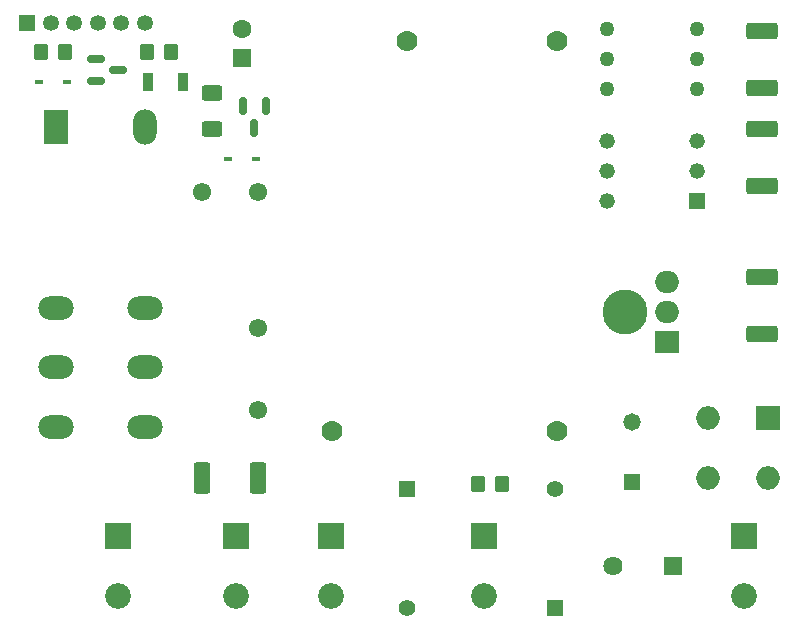
<source format=gts>
%TF.GenerationSoftware,KiCad,Pcbnew,9.0.4-9.0.4-0~ubuntu24.04.1*%
%TF.CreationDate,2025-08-23T17:14:42+02:00*%
%TF.ProjectId,hv_board,68765f62-6f61-4726-942e-6b696361645f,rev?*%
%TF.SameCoordinates,Original*%
%TF.FileFunction,Soldermask,Top*%
%TF.FilePolarity,Negative*%
%FSLAX46Y46*%
G04 Gerber Fmt 4.6, Leading zero omitted, Abs format (unit mm)*
G04 Created by KiCad (PCBNEW 9.0.4-9.0.4-0~ubuntu24.04.1) date 2025-08-23 17:14:42*
%MOMM*%
%LPD*%
G01*
G04 APERTURE LIST*
G04 Aperture macros list*
%AMRoundRect*
0 Rectangle with rounded corners*
0 $1 Rounding radius*
0 $2 $3 $4 $5 $6 $7 $8 $9 X,Y pos of 4 corners*
0 Add a 4 corners polygon primitive as box body*
4,1,4,$2,$3,$4,$5,$6,$7,$8,$9,$2,$3,0*
0 Add four circle primitives for the rounded corners*
1,1,$1+$1,$2,$3*
1,1,$1+$1,$4,$5*
1,1,$1+$1,$6,$7*
1,1,$1+$1,$8,$9*
0 Add four rect primitives between the rounded corners*
20,1,$1+$1,$2,$3,$4,$5,0*
20,1,$1+$1,$4,$5,$6,$7,0*
20,1,$1+$1,$6,$7,$8,$9,0*
20,1,$1+$1,$8,$9,$2,$3,0*%
G04 Aperture macros list end*
%ADD10C,1.549400*%
%ADD11RoundRect,0.249999X1.075001X-0.450001X1.075001X0.450001X-1.075001X0.450001X-1.075001X-0.450001X0*%
%ADD12R,1.625600X1.625600*%
%ADD13C,1.625600*%
%ADD14R,2.000000X2.000000*%
%ADD15O,2.000000X2.000000*%
%ADD16RoundRect,0.250000X-0.350000X-0.450000X0.350000X-0.450000X0.350000X0.450000X-0.350000X0.450000X0*%
%ADD17C,3.810000*%
%ADD18R,2.175000X2.175000*%
%ADD19C,2.175000*%
%ADD20C,1.270000*%
%ADD21R,0.711200X0.406400*%
%ADD22RoundRect,0.249999X0.450001X1.075001X-0.450001X1.075001X-0.450001X-1.075001X0.450001X-1.075001X0*%
%ADD23O,3.000000X2.000000*%
%ADD24R,2.000000X3.000000*%
%ADD25O,2.000000X3.000000*%
%ADD26RoundRect,0.250000X0.350000X0.450000X-0.350000X0.450000X-0.350000X-0.450000X0.350000X-0.450000X0*%
%ADD27RoundRect,0.150000X-0.587500X-0.150000X0.587500X-0.150000X0.587500X0.150000X-0.587500X0.150000X0*%
%ADD28R,0.965200X1.600200*%
%ADD29RoundRect,0.250000X0.625000X-0.400000X0.625000X0.400000X-0.625000X0.400000X-0.625000X-0.400000X0*%
%ADD30R,1.422400X1.422400*%
%ADD31C,1.422400*%
%ADD32R,1.320800X1.320800*%
%ADD33C,1.320800*%
%ADD34R,2.000000X1.905000*%
%ADD35O,2.000000X1.905000*%
%ADD36RoundRect,0.250000X0.550000X-0.550000X0.550000X0.550000X-0.550000X0.550000X-0.550000X-0.550000X0*%
%ADD37C,1.600000*%
%ADD38RoundRect,0.249999X-1.075001X0.450001X-1.075001X-0.450001X1.075001X-0.450001X1.075001X0.450001X0*%
%ADD39C,1.778000*%
%ADD40R,1.473200X1.473200*%
%ADD41C,1.473200*%
%ADD42R,1.350000X1.350000*%
%ADD43C,1.350000*%
%ADD44RoundRect,0.150000X-0.150000X0.587500X-0.150000X-0.587500X0.150000X-0.587500X0.150000X0.587500X0*%
G04 APERTURE END LIST*
D10*
%TO.C,U2*%
X136349500Y-87309100D03*
X136349500Y-80298700D03*
X136349500Y-68792500D03*
X131650500Y-68792500D03*
%TD*%
D11*
%TO.C,R6*%
X179000000Y-80800000D03*
X179000000Y-76000000D03*
%TD*%
D12*
%TO.C,F1*%
X171500000Y-100500000D03*
D13*
X166420000Y-100500000D03*
%TD*%
D14*
%TO.C,D1*%
X179545000Y-87975000D03*
D15*
X174465000Y-87975000D03*
X174465000Y-93055000D03*
X179545000Y-93055000D03*
%TD*%
D16*
%TO.C,R1*%
X118000000Y-57000000D03*
X120000000Y-57000000D03*
%TD*%
D11*
%TO.C,R5*%
X179045000Y-68300000D03*
X179045000Y-63500000D03*
%TD*%
D17*
%TO.C,H1*%
X167400000Y-79000000D03*
%TD*%
D18*
%TO.C,J1*%
X177500000Y-97900000D03*
D19*
X177500000Y-103000000D03*
%TD*%
D20*
%TO.C,U7*%
X165900000Y-55000000D03*
X165900000Y-57540000D03*
X165900000Y-60080000D03*
X173520000Y-60080000D03*
X173520000Y-57540000D03*
X173520000Y-55000000D03*
%TD*%
D18*
%TO.C,J5*%
X124500000Y-97900000D03*
D19*
X124500000Y-103000000D03*
%TD*%
D21*
%TO.C,U3*%
X117806200Y-59500000D03*
X120193800Y-59500000D03*
%TD*%
D22*
%TO.C,R11*%
X136400000Y-93000000D03*
X131600000Y-93000000D03*
%TD*%
D23*
%TO.C,K1*%
X126750000Y-83650000D03*
X119250000Y-83650000D03*
X126750000Y-78610000D03*
X119250000Y-78610000D03*
X126750000Y-88690000D03*
X119250000Y-88690000D03*
D24*
X119250000Y-63350000D03*
D25*
X126750000Y-63350000D03*
%TD*%
D26*
%TO.C,R7*%
X157000000Y-93500000D03*
X155000000Y-93500000D03*
%TD*%
D27*
%TO.C,Q1*%
X122625000Y-57550000D03*
X122625000Y-59450000D03*
X124500000Y-58500000D03*
%TD*%
D28*
%TO.C,F4*%
X130000000Y-59500000D03*
X127053600Y-59500000D03*
%TD*%
D29*
%TO.C,R8*%
X132500000Y-63500000D03*
X132500000Y-60400000D03*
%TD*%
D18*
%TO.C,J3*%
X155500000Y-97900000D03*
D19*
X155500000Y-103000000D03*
%TD*%
D30*
%TO.C,C2*%
X149000000Y-94000000D03*
D31*
X149000000Y-104000000D03*
%TD*%
D32*
%TO.C,U6*%
X173500000Y-69540000D03*
D33*
X173500000Y-67000000D03*
X173500000Y-64460000D03*
X165880000Y-64460000D03*
X165880000Y-67000000D03*
X165880000Y-69540000D03*
%TD*%
D18*
%TO.C,J2*%
X134500000Y-97900000D03*
D19*
X134500000Y-103000000D03*
%TD*%
D34*
%TO.C,Q4*%
X171000000Y-81540000D03*
D35*
X171000000Y-79000000D03*
X171000000Y-76460000D03*
%TD*%
D36*
%TO.C,C3*%
X135000000Y-57500000D03*
D37*
X135000000Y-55000000D03*
%TD*%
D38*
%TO.C,R9*%
X179000000Y-55200000D03*
X179000000Y-60000000D03*
%TD*%
D18*
%TO.C,J4*%
X142500000Y-97900000D03*
D19*
X142500000Y-103000000D03*
%TD*%
D16*
%TO.C,R28*%
X127000000Y-57000000D03*
X129000000Y-57000000D03*
%TD*%
D30*
%TO.C,C1*%
X161500000Y-104000000D03*
D31*
X161500000Y-94000000D03*
%TD*%
D39*
%TO.C,U1*%
X142610000Y-89010000D03*
X161660000Y-89010000D03*
X161660000Y-55990000D03*
X148960000Y-55990000D03*
%TD*%
D40*
%TO.C,F2*%
X168000000Y-93405000D03*
D41*
X168000000Y-88325000D03*
%TD*%
D42*
%TO.C,J6*%
X116800000Y-54500000D03*
D43*
X118800000Y-54500000D03*
X120800000Y-54500000D03*
X122800000Y-54500000D03*
X124800000Y-54500000D03*
X126800000Y-54500000D03*
%TD*%
D21*
%TO.C,U4*%
X136193800Y-66000000D03*
X133806200Y-66000000D03*
%TD*%
D44*
%TO.C,Q2*%
X137000000Y-61500000D03*
X135100000Y-61500000D03*
X136050000Y-63375000D03*
%TD*%
M02*

</source>
